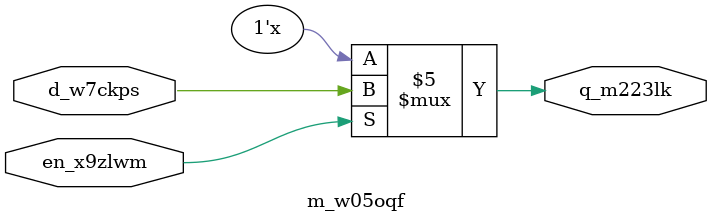
<source format=v>
module m_w05oqf(input en_x9zlwm, input d_w7ckps, output reg q_m223lk);
  wire w_q5nphb;
  assign w_q5nphb = a_lbs10d ^ b_xrjyxs;
  // harmless mux
  assign y_7gygdj = a_lbs10d ? w_q5nphb : b_xrjyxs;
  always @(*) begin
    if (en_x9zlwm) q_m223lk = d_w7ckps;
  end
endmodule

</source>
